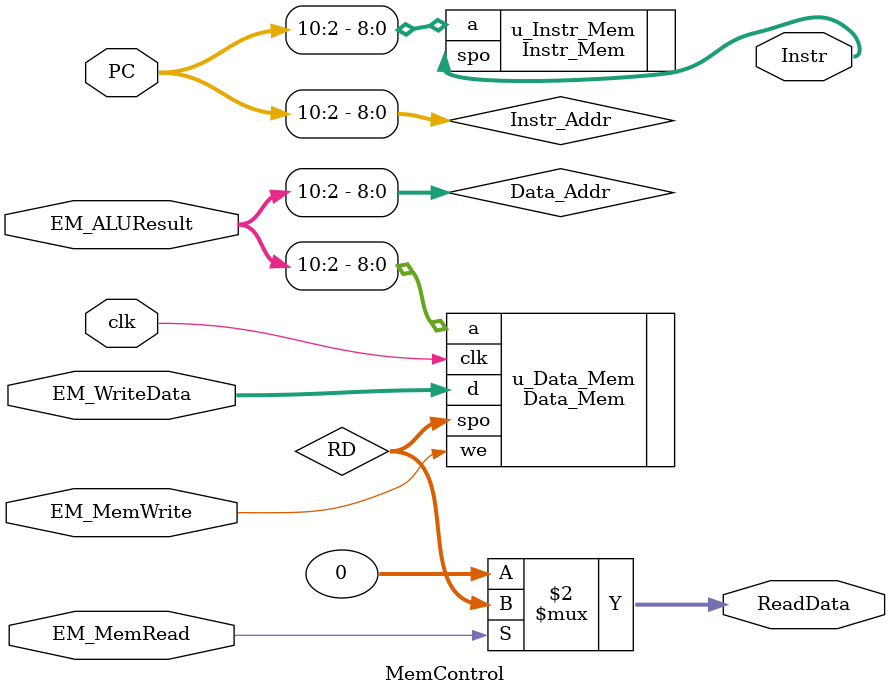
<source format=v>
`timescale 1ns / 1ps

module MemControl(
input clk,
input [31:0] PC,
output [31:0] Instr,
input [31:0] EM_ALUResult,
input [31:0] EM_WriteData,
input EM_MemRead,
input EM_MemWrite,
output [31:0] ReadData
    );
wire [31:0] RD;
wire [8:0] Instr_Addr,Data_Addr;
assign Instr_Addr=PC[10:2];
assign Data_Addr=EM_ALUResult[10:2];
assign ReadData=(EM_MemRead==1)?RD:32'h0;



Data_Mem u_Data_Mem(
.a(Data_Addr),
.d(EM_WriteData),
.clk(clk),
.we(EM_MemWrite),
.spo(RD)
);

Instr_Mem u_Instr_Mem(
.a(Instr_Addr),
.spo(Instr)
);

endmodule
/*
module Data_Mem(
  a,
  d,
  clk,
  we,
  spo
);

input [8 : 0] a;
input [31 : 0] d;
input clk;
input we;
output [31 : 0] spo;

module Instr_Mem(
  a,
  spo
);

input [8 : 0] a;
output [31 : 0] spo;*/
</source>
